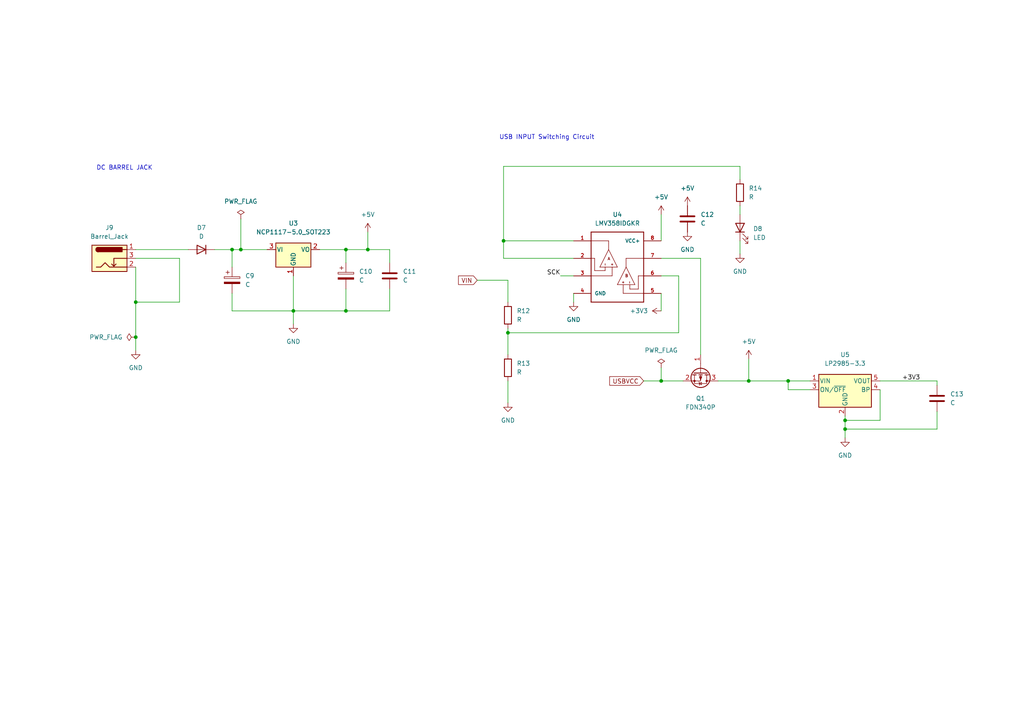
<source format=kicad_sch>
(kicad_sch (version 20211123) (generator eeschema)
  (paper "A4")
  (lib_symbols
    (symbol "Connector:Barrel_Jack_Switch" (pin_names hide)
      (property "Reference" "J" (at 0 5.334 0))
      (property "Value" "Barrel_Jack_Switch" (at 0 -5.08 0))
      (symbol "Barrel_Jack_Switch_0_1"
        (rectangle (start -5.08 3.81) (end 5.08 -3.81) (stroke (width 0.254)) (fill (type background)))
        (arc (start -3.302 3.175) (mid -3.937 2.54) (end -3.302 1.905) (stroke (width 0.254)))
        (arc (start -3.302 3.175) (mid -3.937 2.54) (end -3.302 1.905) (stroke (width 0.254)) (fill (type outline)))
        (polyline (pts (xy 1.27 -2.286) (xy 1.905 -1.651)) (stroke (width 0.254)))
        (polyline (pts (xy 5.08 2.54) (xy 3.81 2.54)) (stroke (width 0.254)))
        (polyline (pts (xy 5.08 0) (xy 1.27 0) (xy 1.27 -2.286) (xy 0.635 -1.651)) (stroke (width 0.254)))
        (polyline (pts (xy -3.81 -2.54) (xy -2.54 -2.54) (xy -1.27 -1.27) (xy 0 -2.54) (xy 2.54 -2.54) (xy 5.08 -2.54)) (stroke (width 0.254)))
        (rectangle (start 3.683 3.175) (end -3.302 1.905) (stroke (width 0.254)) (fill (type outline)))
      )
      (symbol "Barrel_Jack_Switch_1_1"
        (pin passive line (at 7.62 2.54 180) (length 2.54) (name "~") (number "1"))
        (pin passive line (at 7.62 -2.54 180) (length 2.54) (name "~") (number "2"))
        (pin passive line (at 7.62 0 180) (length 2.54) (name "~") (number "3"))
      )
    )
    (symbol "Device:C" (pin_numbers hide) (pin_names (offset 0.254))
      (property "Reference" "C" (at 0.635 2.54 0))
      (property "Value" "C" (at 0.635 -2.54 0))
      (symbol "C_0_1"
        (polyline (pts (xy -2.032 -0.762) (xy 2.032 -0.762)) (stroke (width 0.508)))
        (polyline (pts (xy -2.032 0.762) (xy 2.032 0.762)) (stroke (width 0.508)))
      )
      (symbol "C_1_1"
        (pin passive line (at 0 3.81 270) (length 2.794) (name "~") (number "1"))
        (pin passive line (at 0 -3.81 90) (length 2.794) (name "~") (number "2"))
      )
    )
    (symbol "Device:C_Polarized" (pin_numbers hide) (pin_names (offset 0.254))
      (property "Reference" "C" (at 0.635 2.54 0))
      (property "Value" "C_Polarized" (at 0.635 -2.54 0))
      (symbol "C_Polarized_0_1"
        (rectangle (start -2.286 0.508) (end 2.286 1.016))
        (polyline (pts (xy -1.778 2.286) (xy -0.762 2.286)))
        (polyline (pts (xy -1.27 2.794) (xy -1.27 1.778)))
        (rectangle (start 2.286 -0.508) (end -2.286 -1.016) (fill (type outline)))
      )
      (symbol "C_Polarized_1_1"
        (pin passive line (at 0 3.81 270) (length 2.794) (name "~") (number "1"))
        (pin passive line (at 0 -3.81 90) (length 2.794) (name "~") (number "2"))
      )
    )
    (symbol "Device:D" (pin_numbers hide) (pin_names (offset 1.016) hide)
      (property "Reference" "D" (at 0 2.54 0))
      (property "Value" "D" (at 0 -2.54 0))
      (symbol "D_0_1"
        (polyline (pts (xy -1.27 1.27) (xy -1.27 -1.27)) (stroke (width 0.254)))
        (polyline (pts (xy 1.27 0) (xy -1.27 0)))
        (polyline (pts (xy 1.27 1.27) (xy 1.27 -1.27) (xy -1.27 0) (xy 1.27 1.27)) (stroke (width 0.254)))
      )
      (symbol "D_1_1"
        (pin passive line (at -3.81 0 0) (length 2.54) (name "K") (number "1"))
        (pin passive line (at 3.81 0 180) (length 2.54) (name "A") (number "2"))
      )
    )
    (symbol "Device:LED" (pin_numbers hide) (pin_names (offset 1.016) hide)
      (property "Reference" "D" (at 0 2.54 0))
      (property "Value" "LED" (at 0 -2.54 0))
      (symbol "LED_0_1"
        (polyline (pts (xy -1.27 -1.27) (xy -1.27 1.27)) (stroke (width 0.254)))
        (polyline (pts (xy -1.27 0) (xy 1.27 0)))
        (polyline (pts (xy 1.27 -1.27) (xy 1.27 1.27) (xy -1.27 0) (xy 1.27 -1.27)) (stroke (width 0.254)))
        (polyline (pts (xy -3.048 -0.762) (xy -4.572 -2.286) (xy -3.81 -2.286) (xy -4.572 -2.286) (xy -4.572 -1.524)))
        (polyline (pts (xy -1.778 -0.762) (xy -3.302 -2.286) (xy -2.54 -2.286) (xy -3.302 -2.286) (xy -3.302 -1.524)))
      )
      (symbol "LED_1_1"
        (pin passive line (at -3.81 0 0) (length 2.54) (name "K") (number "1"))
        (pin passive line (at 3.81 0 180) (length 2.54) (name "A") (number "2"))
      )
    )
    (symbol "Device:R" (pin_numbers hide) (pin_names (offset 0))
      (property "Reference" "R" (at 2.032 0 90))
      (property "Value" "R" (at 0 0 90))
      (symbol "R_0_1"
        (rectangle (start -1.016 -2.54) (end 1.016 2.54) (stroke (width 0.254)))
      )
      (symbol "R_1_1"
        (pin passive line (at 0 3.81 270) (length 1.27) (name "~") (number "1"))
        (pin passive line (at 0 -3.81 90) (length 1.27) (name "~") (number "2"))
      )
    )
    (symbol "LMV358IDGKR:LMV358IDGKR" (pin_names (offset 1.016))
      (property "Reference" "U" (at -7.62 10.16 0))
      (property "Value" "LMV358IDGKR" (at -7.62 -12.7 0))
      (symbol "LMV358IDGKR_0_0"
        (polyline (pts (xy -7.62 -10.16) (xy -7.62 10.16)) (stroke (width 0.254)))
        (polyline (pts (xy -7.62 10.16) (xy 7.62 10.16)) (stroke (width 0.254)))
        (polyline (pts (xy -6.604 -1.016) (xy -6.604 2.54)) (stroke (width 0.1524)))
        (polyline (pts (xy -6.604 2.54) (xy -7.62 2.54)) (stroke (width 0.1524)))
        (polyline (pts (xy -5.08 0) (xy -2.54 5.08)) (stroke (width 0.1524)))
        (polyline (pts (xy -3.556 -1.016) (xy -6.604 -1.016)) (stroke (width 0.1524)))
        (polyline (pts (xy -3.556 0) (xy -5.08 0)) (stroke (width 0.1524)))
        (polyline (pts (xy -3.556 0) (xy -3.556 -1.016)) (stroke (width 0.1524)))
        (polyline (pts (xy -3.556 1.016) (xy -3.556 0.508)) (stroke (width 0.1524)))
        (polyline (pts (xy -2.54 5.08) (xy -2.54 7.62)) (stroke (width 0.1524)))
        (polyline (pts (xy -2.54 5.08) (xy 0 0)) (stroke (width 0.1524)))
        (polyline (pts (xy -2.54 7.62) (xy -7.62 7.62)) (stroke (width 0.1524)))
        (polyline (pts (xy -1.778 0.762) (xy -1.27 0.762)) (stroke (width 0.1524)))
        (polyline (pts (xy -1.524 -2.54) (xy -7.62 -2.54)) (stroke (width 0.1524)))
        (polyline (pts (xy -1.524 0) (xy -3.556 0)) (stroke (width 0.1524)))
        (polyline (pts (xy -1.524 0) (xy -1.524 -2.54)) (stroke (width 0.1524)))
        (polyline (pts (xy -1.524 0.508) (xy -1.524 1.016)) (stroke (width 0.1524)))
        (polyline (pts (xy 0 -5.08) (xy 2.54 0)) (stroke (width 0.1524)))
        (polyline (pts (xy 0 0) (xy -1.524 0)) (stroke (width 0.1524)))
        (polyline (pts (xy 1.4224 -4.4196) (xy 1.9304 -4.4196)) (stroke (width 0.1524)))
        (polyline (pts (xy 1.6764 -7.62) (xy 7.62 -7.62)) (stroke (width 0.1524)))
        (polyline (pts (xy 1.6764 -5.1308) (xy 1.6764 -7.62)) (stroke (width 0.1524)))
        (polyline (pts (xy 1.6764 -4.1656) (xy 1.6764 -4.6736)) (stroke (width 0.1524)))
        (polyline (pts (xy 2.5146 -0.1016) (xy 2.5146 2.54)) (stroke (width 0.1524)))
        (polyline (pts (xy 2.5146 2.54) (xy 7.62 2.54)) (stroke (width 0.1524)))
        (polyline (pts (xy 2.54 0) (xy 5.08 -5.08)) (stroke (width 0.1524)))
        (polyline (pts (xy 3.556 -4.191) (xy 3.556 -4.699)) (stroke (width 0.1524)))
        (polyline (pts (xy 3.6068 -6.3754) (xy 6.0706 -6.3754)) (stroke (width 0.1524)))
        (polyline (pts (xy 3.6068 -5.1054) (xy 3.6068 -6.3754)) (stroke (width 0.1524)))
        (polyline (pts (xy 5.08 -5.08) (xy 0 -5.08)) (stroke (width 0.1524)))
        (polyline (pts (xy 6.0706 -6.3754) (xy 6.0706 -2.54)) (stroke (width 0.1524)))
        (polyline (pts (xy 6.0706 -2.54) (xy 7.62 -2.54)) (stroke (width 0.1524)))
        (polyline (pts (xy 7.62 -10.16) (xy -7.62 -10.16)) (stroke (width 0.254)))
        (polyline (pts (xy 7.62 -7.62) (xy 7.62 -10.16)) (stroke (width 0.254)))
        (polyline (pts (xy 7.62 -2.54) (xy 7.62 -7.62)) (stroke (width 0.254)))
        (polyline (pts (xy 7.62 2.54) (xy 7.62 -2.54)) (stroke (width 0.254)))
        (polyline (pts (xy 7.62 10.16) (xy 7.62 2.54)) (stroke (width 0.254)))
        (text "A" (at -2.921 1.9558 0) (effects (font (size 0.8128 0.8128)) (justify left bottom)))
        (text "B" (at 2.159 -2.9718 0) (effects (font (size 0.8128 0.8128)) (justify left bottom)))
        (pin output line (at -12.7 7.62 0) (length 5.08) (name "~") (number "1"))
        (pin input line (at -12.7 2.54 0) (length 5.08) (name "~") (number "2"))
        (pin input line (at -12.7 -2.54 0) (length 5.08) (name "~") (number "3"))
        (pin power_in line (at -12.7 -7.62 0) (length 5.08) (name "GND") (number "4"))
        (pin input line (at 12.7 -7.62 180) (length 5.08) (name "~") (number "5"))
        (pin input line (at 12.7 -2.54 180) (length 5.08) (name "~") (number "6"))
        (pin output line (at 12.7 2.54 180) (length 5.08) (name "~") (number "7"))
        (pin power_in line (at 12.7 7.62 180) (length 5.08) (name "VCC+") (number "8"))
      )
    )
    (symbol "Regulator_Linear:LP2985-3.3" (pin_names (offset 0.254))
      (property "Reference" "U" (at -6.35 5.715 0))
      (property "Value" "LP2985-3.3" (at 0 5.715 0))
      (symbol "LP2985-3.3_0_1"
        (rectangle (start -7.62 -5.08) (end 7.62 4.445) (stroke (width 0.254)) (fill (type background)))
      )
      (symbol "LP2985-3.3_1_1"
        (pin power_in line (at -10.16 2.54 0) (length 2.54) (name "VIN") (number "1"))
        (pin power_in line (at 0 -7.62 90) (length 2.54) (name "GND") (number "2"))
        (pin input line (at -10.16 0 0) (length 2.54) (name "ON/~{OFF}") (number "3"))
        (pin input line (at 10.16 0 180) (length 2.54) (name "BP") (number "4"))
        (pin power_out line (at 10.16 2.54 180) (length 2.54) (name "VOUT") (number "5"))
      )
    )
    (symbol "Regulator_Linear:NCP1117-5.0_SOT223" (pin_names (offset 0.254))
      (property "Reference" "U" (at -3.81 3.175 0))
      (property "Value" "NCP1117-5.0_SOT223" (at 0 3.175 0))
      (symbol "NCP1117-5.0_SOT223_0_1"
        (rectangle (start -5.08 -5.08) (end 5.08 1.905) (stroke (width 0.254)) (fill (type background)))
      )
      (symbol "NCP1117-5.0_SOT223_1_1"
        (pin power_in line (at 0 -7.62 90) (length 2.54) (name "GND") (number "1"))
        (pin power_out line (at 7.62 0 180) (length 2.54) (name "VO") (number "2"))
        (pin power_in line (at -7.62 0 0) (length 2.54) (name "VI") (number "3"))
      )
    )
    (symbol "Transistor_FET:FDN340P" (pin_names hide)
      (property "Reference" "Q" (at 5.08 1.905 0))
      (property "Value" "FDN340P" (at 5.08 0 0))
      (symbol "FDN340P_0_1"
        (polyline (pts (xy 0.254 0) (xy -2.54 0)))
        (polyline (pts (xy 0.254 1.905) (xy 0.254 -1.905)) (stroke (width 0.254)))
        (polyline (pts (xy 0.762 -1.27) (xy 0.762 -2.286)) (stroke (width 0.254)))
        (polyline (pts (xy 0.762 0.508) (xy 0.762 -0.508)) (stroke (width 0.254)))
        (polyline (pts (xy 0.762 2.286) (xy 0.762 1.27)) (stroke (width 0.254)))
        (polyline (pts (xy 2.54 2.54) (xy 2.54 1.778)))
        (polyline (pts (xy 2.54 -2.54) (xy 2.54 0) (xy 0.762 0)))
        (polyline (pts (xy 0.762 1.778) (xy 3.302 1.778) (xy 3.302 -1.778) (xy 0.762 -1.778)))
        (polyline (pts (xy 2.286 0) (xy 1.27 0.381) (xy 1.27 -0.381) (xy 2.286 0)) (fill (type outline)))
        (polyline (pts (xy 2.794 -0.508) (xy 2.921 -0.381) (xy 3.683 -0.381) (xy 3.81 -0.254)))
        (polyline (pts (xy 3.302 -0.381) (xy 2.921 0.254) (xy 3.683 0.254) (xy 3.302 -0.381)))
        (circle (center 1.651 0) (radius 2.794) (stroke (width 0.254)))
        (circle (center 2.54 -1.778) (radius 0.254) (fill (type outline)))
        (circle (center 2.54 1.778) (radius 0.254) (fill (type outline)))
      )
      (symbol "FDN340P_1_1"
        (pin input line (at -5.08 0 0) (length 2.54) (name "G") (number "1"))
        (pin passive line (at 2.54 -5.08 90) (length 2.54) (name "S") (number "2"))
        (pin passive line (at 2.54 5.08 270) (length 2.54) (name "D") (number "3"))
      )
    )
    (symbol "power:+3.3V" (power) (pin_names (offset 0))
      (property "Value" "+3.3V" (at 0 3.556 0))
      (symbol "+3.3V_0_1"
        (polyline (pts (xy -0.762 1.27) (xy 0 2.54)))
        (polyline (pts (xy 0 0) (xy 0 2.54)))
        (polyline (pts (xy 0 2.54) (xy 0.762 1.27)))
      )
      (symbol "+3.3V_1_1"
        (pin power_in line (at 0 0 90) (length 0) hide (name "+3V3") (number "1"))
      )
    )
    (symbol "power:+5V" (power) (pin_names (offset 0))
      (property "Value" "+5V" (at 0 3.556 0))
      (symbol "+5V_0_1"
        (polyline (pts (xy -0.762 1.27) (xy 0 2.54)))
        (polyline (pts (xy 0 0) (xy 0 2.54)))
        (polyline (pts (xy 0 2.54) (xy 0.762 1.27)))
      )
      (symbol "+5V_1_1"
        (pin power_in line (at 0 0 90) (length 0) hide (name "+5V") (number "1"))
      )
    )
    (symbol "power:GND" (power) (pin_names (offset 0))
      (property "Value" "GND" (at 0 -3.81 0))
      (symbol "GND_0_1"
        (polyline (pts (xy 0 0) (xy 0 -1.27) (xy 1.27 -1.27) (xy 0 -2.54) (xy -1.27 -1.27) (xy 0 -1.27)))
      )
      (symbol "GND_1_1"
        (pin power_in line (at 0 0 270) (length 0) hide (name "GND") (number "1"))
      )
    )
    (symbol "power:PWR_FLAG" (power) (pin_numbers hide) (pin_names (offset 0) hide)
      (property "Value" "PWR_FLAG" (at 0 3.81 0))
      (symbol "PWR_FLAG_0_0"
        (pin power_out line (at 0 0 90) (length 0) (name "pwr") (number "1"))
      )
      (symbol "PWR_FLAG_0_1"
        (polyline (pts (xy 0 0) (xy 0 1.27) (xy -1.016 1.905) (xy 0 2.54) (xy 1.016 1.905) (xy 0 1.27)))
      )
    )
  )
  (junction (at 191.77 110.49))
  (junction (at 85.09 90.17))
  (junction (at 106.68 72.39))
  (junction (at 146.05 69.85))
  (junction (at 245.11 121.92))
  (junction (at 39.37 97.79))
  (junction (at 228.6 110.49))
  (junction (at 245.11 124.46))
  (junction (at 67.31 72.39))
  (junction (at 100.33 72.39))
  (junction (at 147.32 96.52))
  (junction (at 217.17 110.49))
  (junction (at 100.33 90.17))
  (junction (at 69.85 72.39))
  (junction (at 39.37 87.63))
  (wire (pts (xy 106.68 67.31) (xy 106.68 72.39)))
  (wire (pts (xy 147.32 96.52) (xy 196.85 96.52)))
  (wire (pts (xy 234.95 113.03) (xy 228.6 113.03)))
  (wire (pts (xy 62.23 72.39) (xy 67.31 72.39)))
  (wire (pts (xy 52.07 74.93) (xy 52.07 87.63)))
  (wire (pts (xy 67.31 72.39) (xy 67.31 77.47)))
  (wire (pts (xy 245.11 127) (xy 245.11 124.46)))
  (wire (pts (xy 214.63 48.26) (xy 214.63 52.07)))
  (wire (pts (xy 191.77 106.68) (xy 191.77 110.49)))
  (wire (pts (xy 69.85 72.39) (xy 77.47 72.39)))
  (wire (pts (xy 39.37 87.63) (xy 39.37 97.79)))
  (wire (pts (xy 146.05 69.85) (xy 166.37 69.85)))
  (wire (pts (xy 147.32 110.49) (xy 147.32 116.84)))
  (wire (pts (xy 203.2 74.93) (xy 203.2 102.87)))
  (wire (pts (xy 39.37 77.47) (xy 39.37 87.63)))
  (wire (pts (xy 271.78 110.49) (xy 271.78 111.76)))
  (wire (pts (xy 100.33 72.39) (xy 100.33 76.2)))
  (wire (pts (xy 113.03 83.82) (xy 113.03 90.17)))
  (wire (pts (xy 146.05 48.26) (xy 214.63 48.26)))
  (wire (pts (xy 255.27 110.49) (xy 271.78 110.49)))
  (wire (pts (xy 67.31 72.39) (xy 69.85 72.39)))
  (wire (pts (xy 191.77 85.09) (xy 191.77 90.17)))
  (wire (pts (xy 39.37 97.79) (xy 39.37 101.6)))
  (wire (pts (xy 217.17 110.49) (xy 208.28 110.49)))
  (wire (pts (xy 255.27 121.92) (xy 245.11 121.92)))
  (wire (pts (xy 52.07 87.63) (xy 39.37 87.63)))
  (wire (pts (xy 214.63 73.66) (xy 214.63 69.85)))
  (wire (pts (xy 147.32 95.25) (xy 147.32 96.52)))
  (wire (pts (xy 147.32 96.52) (xy 147.32 102.87)))
  (wire (pts (xy 39.37 72.39) (xy 54.61 72.39)))
  (wire (pts (xy 67.31 85.09) (xy 67.31 90.17)))
  (wire (pts (xy 100.33 83.82) (xy 100.33 90.17)))
  (wire (pts (xy 255.27 113.03) (xy 255.27 121.92)))
  (wire (pts (xy 113.03 90.17) (xy 100.33 90.17)))
  (wire (pts (xy 166.37 87.63) (xy 166.37 85.09)))
  (wire (pts (xy 106.68 72.39) (xy 113.03 72.39)))
  (wire (pts (xy 100.33 72.39) (xy 106.68 72.39)))
  (wire (pts (xy 147.32 87.63) (xy 147.32 81.28)))
  (wire (pts (xy 39.37 74.93) (xy 52.07 74.93)))
  (wire (pts (xy 271.78 119.38) (xy 271.78 124.46)))
  (wire (pts (xy 196.85 96.52) (xy 196.85 80.01)))
  (wire (pts (xy 217.17 104.14) (xy 217.17 110.49)))
  (wire (pts (xy 162.56 80.01) (xy 166.37 80.01)))
  (wire (pts (xy 214.63 62.23) (xy 214.63 59.69)))
  (wire (pts (xy 69.85 63.5) (xy 69.85 72.39)))
  (wire (pts (xy 146.05 74.93) (xy 146.05 69.85)))
  (wire (pts (xy 203.2 74.93) (xy 191.77 74.93)))
  (wire (pts (xy 245.11 124.46) (xy 271.78 124.46)))
  (wire (pts (xy 113.03 72.39) (xy 113.03 76.2)))
  (wire (pts (xy 186.69 110.49) (xy 191.77 110.49)))
  (wire (pts (xy 191.77 110.49) (xy 198.12 110.49)))
  (wire (pts (xy 67.31 90.17) (xy 85.09 90.17)))
  (wire (pts (xy 166.37 74.93) (xy 146.05 74.93)))
  (wire (pts (xy 228.6 113.03) (xy 228.6 110.49)))
  (wire (pts (xy 191.77 62.23) (xy 191.77 69.85)))
  (wire (pts (xy 146.05 69.85) (xy 146.05 48.26)))
  (wire (pts (xy 196.85 80.01) (xy 191.77 80.01)))
  (wire (pts (xy 85.09 90.17) (xy 85.09 80.01)))
  (wire (pts (xy 100.33 90.17) (xy 85.09 90.17)))
  (wire (pts (xy 245.11 124.46) (xy 245.11 121.92)))
  (wire (pts (xy 85.09 93.98) (xy 85.09 90.17)))
  (wire (pts (xy 92.71 72.39) (xy 100.33 72.39)))
  (wire (pts (xy 217.17 110.49) (xy 228.6 110.49)))
  (wire (pts (xy 138.43 81.28) (xy 147.32 81.28)))
  (wire (pts (xy 245.11 121.92) (xy 245.11 120.65)))
  (wire (pts (xy 228.6 110.49) (xy 234.95 110.49)))
  (text "DC BARREL JACK\n" (at 27.94 49.53 0) (effects (font (size 1.27 1.27)) (justify left bottom)))
  (text "USB INPUT Switching Circuit\n" (at 144.78 40.64 0) (effects (font (size 1.27 1.27)) (justify left bottom)))
  (label "+3V3" (at 261.62 110.49 0))
  (label "SCK" (at 162.56 80.01 180))
  (global_label "USBVCC" (shape input) (at 186.69 110.49 180) (property "Intersheet References" "${INTERSHEET_REFS}" (effects hide)))
  (global_label "VIN" (shape input) (at 138.43 81.28 180) (property "Intersheet References" "${INTERSHEET_REFS}" (effects hide)))
  (symbol (lib_id "power:GND") (at 245.11 127 0) (unit 1)
    (property "Reference" "#PWR031" (effects hide))
    (property "Value" "GND" (at 245.11 132.08 0))
  )
  (symbol (lib_id "power:GND") (at 199.39 67.31 0) (unit 1)
    (property "Reference" "#PWR028" (effects hide))
    (property "Value" "GND" (at 199.39 72.39 0))
  )
  (symbol (lib_id "power:PWR_FLAG") (at 69.85 63.5 0) (unit 1)
    (property "Reference" "#FLG0101" (effects hide))
    (property "Value" "PWR_FLAG" (at 69.85 58.42 0))
  )
  (symbol (lib_id "power:+5V") (at 191.77 62.23 0) (unit 1)
    (property "Reference" "#PWR026" (effects hide))
    (property "Value" "+5V" (at 191.77 57.15 0))
  )
  (symbol (lib_id "power:GND") (at 39.37 101.6 0) (unit 1)
    (property "Reference" "#PWR021" (effects hide))
    (property "Value" "GND" (at 39.37 106.68 0))
  )
  (symbol (lib_id "Device:LED") (at 214.63 66.04 90) (unit 1)
    (property "Reference" "D8" (at 218.44 66.3574 90) (effects (justify right)))
    (property "Value" "LED" (at 218.44 68.8974 90) (effects (justify right)))
  )
  (symbol (lib_id "Device:R") (at 147.32 106.68 0) (unit 1)
    (property "Reference" "R13" (at 149.86 105.4099 0) (effects (justify left)))
    (property "Value" "R" (at 149.86 107.9499 0) (effects (justify left)))
  )
  (symbol (lib_id "LMV358IDGKR:LMV358IDGKR") (at 179.07 77.47 0) (unit 1)
    (property "Reference" "U4" (at 179.07 62.23 0))
    (property "Value" "LMV358IDGKR" (at 179.07 64.77 0))
    (property "Footprint" "SOP65P490X110-8N" (effects hide))
    (property "MAXIMUM_PACKAGE_HEIGHT" "1.1mm" (effects hide))
    (property "PARTREV" "X" (effects hide))
    (property "MANUFACTURER" "Texas Instruments" (effects hide))
    (property "STANDARD" "IPC-7351B" (effects hide))
  )
  (symbol (lib_id "power:+5V") (at 106.68 67.31 0) (unit 1)
    (property "Reference" "#PWR023" (effects hide))
    (property "Value" "+5V" (at 106.68 62.23 0))
  )
  (symbol (lib_id "Device:C") (at 113.03 80.01 0) (unit 1)
    (property "Reference" "C11" (at 116.84 78.7399 0) (effects (justify left)))
    (property "Value" "C" (at 116.84 81.2799 0) (effects (justify left)))
  )
  (symbol (lib_id "Device:C_Polarized") (at 67.31 81.28 0) (unit 1)
    (property "Reference" "C9" (at 71.12 80.0099 0) (effects (justify left)))
    (property "Value" "C" (at 71.12 82.5499 0) (effects (justify left)))
  )
  (symbol (lib_id "power:GND") (at 214.63 73.66 0) (unit 1)
    (property "Reference" "#PWR029" (effects hide))
    (property "Value" "GND" (at 214.63 78.74 0))
  )
  (symbol (lib_id "Transistor_FET:FDN340P") (at 203.2 107.95 270) (unit 1)
    (property "Reference" "Q1" (at 203.2 115.57 90))
    (property "Value" "FDN340P" (at 203.2 118.11 90))
    (property "Footprint" "Package_TO_SOT_SMD:SOT-23" (effects hide))
    (property "Datasheet" "https://www.onsemi.com/pub/Collateral/FDN340P-D.PDF" (effects hide))
  )
  (symbol (lib_id "Device:C_Polarized") (at 100.33 80.01 0) (unit 1)
    (property "Reference" "C10" (at 104.14 78.7399 0) (effects (justify left)))
    (property "Value" "C" (at 104.14 81.2799 0) (effects (justify left)))
  )
  (symbol (lib_id "power:PWR_FLAG") (at 191.77 106.68 0) (unit 1)
    (property "Reference" "#FLG0102" (effects hide))
    (property "Value" "PWR_FLAG" (at 191.77 101.6 0))
  )
  (symbol (lib_id "power:PWR_FLAG") (at 39.37 97.79 90) (unit 1)
    (property "Reference" "#FLG0105" (effects hide))
    (property "Value" "PWR_FLAG" (at 35.56 97.7899 90) (effects (justify left)))
  )
  (symbol (lib_id "power:+5V") (at 199.39 59.69 0) (unit 1)
    (property "Reference" "#PWR027" (effects hide))
    (property "Value" "+5V" (at 199.39 54.61 0))
  )
  (symbol (lib_id "Device:R") (at 147.32 91.44 0) (unit 1)
    (property "Reference" "R12" (at 149.86 90.1699 0) (effects (justify left)))
    (property "Value" "R" (at 149.86 92.7099 0) (effects (justify left)))
  )
  (symbol (lib_id "power:GND") (at 147.32 116.84 0) (unit 1)
    (property "Reference" "#PWR024" (effects hide))
    (property "Value" "GND" (at 147.32 121.92 0))
  )
  (symbol (lib_id "power:GND") (at 85.09 93.98 0) (unit 1)
    (property "Reference" "#PWR022" (effects hide))
    (property "Value" "GND" (at 85.09 99.06 0))
  )
  (symbol (lib_id "Regulator_Linear:LP2985-3.3") (at 245.11 113.03 0) (unit 1)
    (property "Reference" "U5" (at 245.11 102.87 0))
    (property "Value" "LP2985-3.3" (at 245.11 105.41 0))
    (property "Footprint" "Package_TO_SOT_SMD:SOT-23-5" (effects hide))
    (property "Datasheet" "http://www.ti.com/lit/ds/symlink/lp2985.pdf" (effects hide))
  )
  (symbol (lib_id "Device:C") (at 199.39 63.5 0) (unit 1)
    (property "Reference" "C12" (at 203.2 62.2299 0) (effects (justify left)))
    (property "Value" "C" (at 203.2 64.7699 0) (effects (justify left)))
  )
  (symbol (lib_id "Device:C") (at 271.78 115.57 0) (unit 1)
    (property "Reference" "C13" (at 275.59 114.2999 0) (effects (justify left)))
    (property "Value" "C" (at 275.59 116.8399 0) (effects (justify left)))
  )
  (symbol (lib_id "power:+3.3V") (at 191.77 90.17 90) (unit 1)
    (property "Reference" "#PWR0101" (effects hide))
    (property "Value" "+3.3V" (at 187.96 90.1699 90) (effects (justify left)))
  )
  (symbol (lib_id "power:GND") (at 166.37 87.63 0) (unit 1)
    (property "Reference" "#PWR025" (effects hide))
    (property "Value" "GND" (at 166.37 92.71 0))
  )
  (symbol (lib_id "power:+5V") (at 217.17 104.14 0) (unit 1)
    (property "Reference" "#PWR030" (effects hide))
    (property "Value" "+5V" (at 217.17 99.06 0))
  )
  (symbol (lib_id "Connector:Barrel_Jack_Switch") (at 31.75 74.93 0) (unit 1)
    (property "Reference" "J9" (at 31.75 66.04 0))
    (property "Value" "Barrel_Jack" (at 31.75 68.58 0))
  )
  (symbol (lib_id "Device:D") (at 58.42 72.39 180) (unit 1)
    (property "Reference" "D7" (at 58.42 66.04 0))
    (property "Value" "D" (at 58.42 68.58 0))
  )
  (symbol (lib_id "Device:R") (at 214.63 55.88 0) (unit 1)
    (property "Reference" "R14" (at 217.17 54.6099 0) (effects (justify left)))
    (property "Value" "R" (at 217.17 57.1499 0) (effects (justify left)))
  )
  (symbol (lib_id "Regulator_Linear:NCP1117-5.0_SOT223") (at 85.09 72.39 0) (unit 1)
    (property "Reference" "U3" (at 85.09 64.77 0))
    (property "Value" "NCP1117-5.0_SOT223" (at 85.09 67.31 0))
    (property "Footprint" "Package_TO_SOT_SMD:SOT-223-3_TabPin2" (effects hide))
    (property "Datasheet" "http://www.onsemi.com/pub_link/Collateral/NCP1117-D.PDF" (effects hide))
  )
)
</source>
